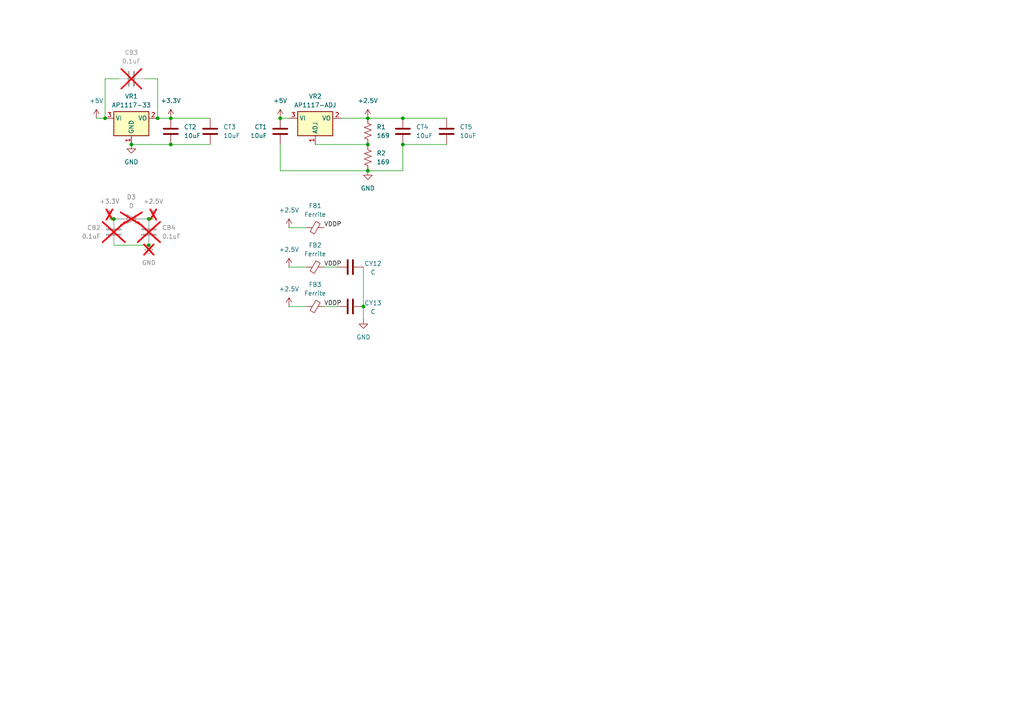
<source format=kicad_sch>
(kicad_sch (version 20231120) (generator "eeschema") (generator_version "8.0")
  (paper "A4")
  (lib_symbols
    (symbol "Device:C" (pin_numbers hide) (pin_names (offset 0.254))
      (property "Reference" "C" (at 0.635 2.54 0))
      (property "Value" "C" (at 0.635 -2.54 0))
      (symbol "C_0_1"
        (polyline (pts (xy -2.032 -0.762) (xy 2.032 -0.762)) (stroke (width 0.508)))
        (polyline (pts (xy -2.032 0.762) (xy 2.032 0.762)) (stroke (width 0.508)))
      )
      (symbol "C_1_1"
        (pin passive line (at 0 3.81 270) (length 2.794) (name "~") (number "1"))
        (pin passive line (at 0 -3.81 90) (length 2.794) (name "~") (number "2"))
      )
    )
    (symbol "Device:D" (pin_numbers hide) (pin_names (offset 1.016) hide)
      (property "Reference" "D" (at 0 2.54 0))
      (property "Value" "D" (at 0 -2.54 0))
      (symbol "D_0_1"
        (polyline (pts (xy -1.27 1.27) (xy -1.27 -1.27)) (stroke (width 0.254)))
        (polyline (pts (xy 1.27 0) (xy -1.27 0)))
        (polyline (pts (xy 1.27 1.27) (xy 1.27 -1.27) (xy -1.27 0) (xy 1.27 1.27)) (stroke (width 0.254)))
      )
      (symbol "D_1_1"
        (pin passive line (at -3.81 0 0) (length 2.54) (name "K") (number "1"))
        (pin passive line (at 3.81 0 180) (length 2.54) (name "A") (number "2"))
      )
    )
    (symbol "Device:FerriteBead_Small" (pin_numbers hide) (pin_names (offset 0))
      (property "Reference" "FB" (at 1.905 1.27 0))
      (property "Value" "FerriteBead_Small" (at 1.905 -1.27 0))
      (symbol "FerriteBead_Small_0_1"
        (polyline (pts (xy 0 -1.27) (xy 0 -0.7874)))
        (polyline (pts (xy 0 0.889) (xy 0 1.2954)))
        (polyline (pts (xy -1.8288 0.2794) (xy -1.1176 1.4986) (xy 1.8288 -0.2032) (xy 1.1176 -1.4224) (xy -1.8288 0.2794)))
      )
      (symbol "FerriteBead_Small_1_1"
        (pin passive line (at 0 2.54 270) (length 1.27) (name "~") (number "1"))
        (pin passive line (at 0 -2.54 90) (length 1.27) (name "~") (number "2"))
      )
    )
    (symbol "Device:R_US" (pin_numbers hide) (pin_names (offset 0))
      (property "Reference" "R" (at 2.54 0 90))
      (property "Value" "R_US" (at -2.54 0 90))
      (symbol "R_US_0_1"
        (polyline (pts (xy 0 -2.286) (xy 0 -2.54)))
        (polyline (pts (xy 0 2.286) (xy 0 2.54)))
        (polyline (pts (xy 0 -0.762) (xy 1.016 -1.143) (xy 0 -1.524) (xy -1.016 -1.905) (xy 0 -2.286)))
        (polyline (pts (xy 0 0.762) (xy 1.016 0.381) (xy 0 0) (xy -1.016 -0.381) (xy 0 -0.762)))
        (polyline (pts (xy 0 2.286) (xy 1.016 1.905) (xy 0 1.524) (xy -1.016 1.143) (xy 0 0.762)))
      )
      (symbol "R_US_1_1"
        (pin passive line (at 0 3.81 270) (length 1.27) (name "~") (number "1"))
        (pin passive line (at 0 -3.81 90) (length 1.27) (name "~") (number "2"))
      )
    )
    (symbol "Regulator_Linear:AP1117-33"
      (property "Reference" "U" (at -3.81 3.175 0))
      (property "Value" "AP1117-33" (at 0 3.175 0))
      (symbol "AP1117-33_0_1"
        (rectangle (start -5.08 -5.08) (end 5.08 1.905) (stroke (width 0.254)) (fill (type background)))
      )
      (symbol "AP1117-33_1_1"
        (pin power_in line (at 0 -7.62 90) (length 2.54) (name "GND") (number "1"))
        (pin power_out line (at 7.62 0 180) (length 2.54) (name "VO") (number "2"))
        (pin power_in line (at -7.62 0 0) (length 2.54) (name "VI") (number "3"))
      )
    )
    (symbol "Regulator_Linear:AP1117-ADJ"
      (property "Reference" "U" (at -3.81 3.175 0))
      (property "Value" "AP1117-ADJ" (at 0 3.175 0))
      (symbol "AP1117-ADJ_0_1"
        (rectangle (start -5.08 -5.08) (end 5.08 1.905) (stroke (width 0.254)) (fill (type background)))
      )
      (symbol "AP1117-ADJ_1_1"
        (pin input line (at 0 -7.62 90) (length 2.54) (name "ADJ") (number "1"))
        (pin power_out line (at 7.62 0 180) (length 2.54) (name "VO") (number "2"))
        (pin power_in line (at -7.62 0 0) (length 2.54) (name "VI") (number "3"))
      )
    )
    (symbol "power:+5V" (power) (pin_numbers hide) (pin_names (offset 0) hide)
      (property "Value" "+5V" (at 0 3.556 0))
      (symbol "+5V_0_1"
        (polyline (pts (xy -0.762 1.27) (xy 0 2.54)))
        (polyline (pts (xy 0 0) (xy 0 2.54)))
        (polyline (pts (xy 0 2.54) (xy 0.762 1.27)))
      )
      (symbol "+5V_1_1"
        (pin power_in line (at 0 0 90) (length 0) (name "~") (number "1"))
      )
    )
    (symbol "power:GND" (power) (pin_numbers hide) (pin_names (offset 0) hide)
      (property "Value" "GND" (at 0 -3.81 0))
      (symbol "GND_0_1"
        (polyline (pts (xy 0 0) (xy 0 -1.27) (xy 1.27 -1.27) (xy 0 -2.54) (xy -1.27 -1.27) (xy 0 -1.27)))
      )
      (symbol "GND_1_1"
        (pin power_in line (at 0 0 270) (length 0) (name "~") (number "1"))
      )
    )
  )
  (junction (at 106.68 41.91))
  (junction (at 38.1 41.91))
  (junction (at 106.68 34.29))
  (junction (at 105.41 88.9))
  (junction (at 106.68 49.53))
  (junction (at 43.18 63.5))
  (junction (at 49.53 41.91))
  (junction (at 33.02 63.5))
  (junction (at 30.48 34.29))
  (junction (at 49.53 34.29))
  (junction (at 116.84 41.91))
  (junction (at 45.72 34.29))
  (junction (at 43.18 71.12))
  (junction (at 116.84 34.29))
  (junction (at 81.28 34.29))
  (wire (pts (xy 49.53 34.29) (xy 60.96 34.29)))
  (wire (pts (xy 33.02 63.5) (xy 34.29 63.5)))
  (wire (pts (xy 45.72 34.29) (xy 49.53 34.29)))
  (wire (pts (xy 81.28 34.29) (xy 83.82 34.29)))
  (wire (pts (xy 81.28 41.91) (xy 81.28 49.53)))
  (wire (pts (xy 97.79 77.47) (xy 93.98 77.47)))
  (wire (pts (xy 41.91 63.5) (xy 43.18 63.5)))
  (wire (pts (xy 43.18 63.5) (xy 44.45 63.5)))
  (wire (pts (xy 27.94 34.29) (xy 30.48 34.29)))
  (wire (pts (xy 49.53 41.91) (xy 60.96 41.91)))
  (wire (pts (xy 97.79 88.9) (xy 93.98 88.9)))
  (wire (pts (xy 33.02 71.12) (xy 43.18 71.12)))
  (wire (pts (xy 34.29 22.86) (xy 30.48 22.86)))
  (wire (pts (xy 30.48 22.86) (xy 30.48 34.29)))
  (wire (pts (xy 116.84 41.91) (xy 129.54 41.91)))
  (wire (pts (xy 31.75 63.5) (xy 33.02 63.5)))
  (wire (pts (xy 45.72 22.86) (xy 45.72 34.29)))
  (wire (pts (xy 83.82 77.47) (xy 88.9 77.47)))
  (wire (pts (xy 91.44 41.91) (xy 106.68 41.91)))
  (wire (pts (xy 99.06 34.29) (xy 106.68 34.29)))
  (wire (pts (xy 83.82 88.9) (xy 88.9 88.9)))
  (wire (pts (xy 38.1 41.91) (xy 49.53 41.91)))
  (wire (pts (xy 81.28 49.53) (xy 106.68 49.53)))
  (wire (pts (xy 41.91 22.86) (xy 45.72 22.86)))
  (wire (pts (xy 116.84 49.53) (xy 106.68 49.53)))
  (wire (pts (xy 83.82 66.04) (xy 88.9 66.04)))
  (wire (pts (xy 116.84 34.29) (xy 129.54 34.29)))
  (wire (pts (xy 106.68 34.29) (xy 116.84 34.29)))
  (wire (pts (xy 116.84 41.91) (xy 116.84 49.53)))
  (wire (pts (xy 105.41 88.9) (xy 105.41 92.71)))
  (wire (pts (xy 105.41 77.47) (xy 105.41 88.9)))
  (label "VDDP" (at 93.98 77.47 0))
  (label "VDDP" (at 93.98 88.9 0))
  (label "VDDP" (at 93.98 66.04 0))
  (symbol (lib_id "Device:D") (at 38.1 63.5 180) (unit 1) (dnp yes)
    (property "Reference" "D3" (at 38.1 57.15 0))
    (property "Value" "D" (at 38.1 59.69 0))
    (property "Description" "Diode" (effects (hide yes)))
    (property "Sim.Device" "D" (effects (hide yes)))
    (property "Sim.Pins" "1=K 2=A" (effects (hide yes)))
  )
  (symbol (lib_id "Device:C") (at 116.84 38.1 0) (mirror y) (unit 1)
    (property "Reference" "CT4" (at 120.65 36.8299 0) (effects (justify right)))
    (property "Value" "10uF" (at 120.65 39.3699 0) (effects (justify right)))
    (property "Footprint" "Capacitor_SMD:C_1206_3216Metric" (effects (hide yes)))
    (property "Description" "Unpolarized capacitor" (effects (hide yes)))
  )
  (symbol (lib_id "power:GND") (at 43.18 71.12 0) (unit 1) (dnp yes)
    (property "Reference" "#PWR9" (effects (hide yes)))
    (property "Value" "GND" (at 43.18 76.2 0))
    (property "Description" "Power symbol creates a global label with name \"GND\" , ground" (effects (hide yes)))
  )
  (symbol (lib_id "power:+5V") (at 49.53 34.29 0) (unit 1)
    (property "Reference" "#PWR4" (effects (hide yes)))
    (property "Value" "+3.3V" (at 49.53 29.21 0))
    (property "Description" "Power symbol creates a global label with name \"+5V\"" (effects (hide yes)))
  )
  (symbol (lib_id "Device:C") (at 129.54 38.1 0) (mirror y) (unit 1)
    (property "Reference" "CT5" (at 133.35 36.8299 0) (effects (justify right)))
    (property "Value" "10uF" (at 133.35 39.3699 0) (effects (justify right)))
    (property "Footprint" "Capacitor_SMD:C_1206_3216Metric" (effects (hide yes)))
    (property "Description" "Unpolarized capacitor" (effects (hide yes)))
  )
  (symbol (lib_id "Device:R_US") (at 106.68 45.72 0) (unit 1)
    (property "Reference" "R2" (at 109.22 44.4499 0) (effects (justify left)))
    (property "Value" "169" (at 109.22 46.9899 0) (effects (justify left)))
    (property "Footprint" "Resistor_SMD:R_0603_1608Metric" (effects (hide yes)))
    (property "Description" "Resistor, US symbol" (effects (hide yes)))
  )
  (symbol (lib_id "power:+5V") (at 31.75 63.5 0) (unit 1) (dnp yes)
    (property "Reference" "#PWR7" (effects (hide yes)))
    (property "Value" "+3.3V" (at 31.75 58.42 0))
    (property "Description" "Power symbol creates a global label with name \"+5V\"" (effects (hide yes)))
  )
  (symbol (lib_id "Device:C") (at 60.96 38.1 0) (mirror y) (unit 1)
    (property "Reference" "CT3" (at 64.77 36.8299 0) (effects (justify right)))
    (property "Value" "10uF" (at 64.77 39.3699 0) (effects (justify right)))
    (property "Footprint" "Capacitor_SMD:C_1206_3216Metric" (effects (hide yes)))
    (property "Description" "Unpolarized capacitor" (effects (hide yes)))
  )
  (symbol (lib_id "Device:C") (at 81.28 38.1 0) (unit 1)
    (property "Reference" "CT1" (at 77.47 36.8299 0) (effects (justify right)))
    (property "Value" "10uF" (at 77.47 39.3699 0) (effects (justify right)))
    (property "Footprint" "Capacitor_SMD:C_1206_3216Metric" (effects (hide yes)))
    (property "Description" "Unpolarized capacitor" (effects (hide yes)))
  )
  (symbol (lib_id "Device:R_US") (at 106.68 38.1 0) (unit 1)
    (property "Reference" "R1" (at 109.22 36.8299 0) (effects (justify left)))
    (property "Value" "169" (at 109.22 39.3699 0) (effects (justify left)))
    (property "Footprint" "Resistor_SMD:R_0603_1608Metric" (effects (hide yes)))
    (property "Description" "Resistor, US symbol" (effects (hide yes)))
  )
  (symbol (lib_id "Device:C") (at 101.6 77.47 90) (unit 1)
    (property "Reference" "CY12" (at 108.204 76.454 90))
    (property "Value" "C" (at 108.204 78.994 90))
    (property "Description" "Unpolarized capacitor" (effects (hide yes)))
  )
  (symbol (lib_id "Device:C") (at 38.1 22.86 270) (unit 1) (dnp yes)
    (property "Reference" "CB3" (at 38.1 15.24 90))
    (property "Value" "0.1uF" (at 38.1 17.78 90))
    (property "Footprint" "Capacitor_SMD:C_0603_1608Metric" (effects (hide yes)))
    (property "Description" "Unpolarized capacitor" (effects (hide yes)))
  )
  (symbol (lib_id "Device:C") (at 49.53 38.1 0) (mirror y) (unit 1)
    (property "Reference" "CT2" (at 53.34 36.8299 0) (effects (justify right)))
    (property "Value" "10uF" (at 53.34 39.3699 0) (effects (justify right)))
    (property "Footprint" "Capacitor_SMD:C_1206_3216Metric" (effects (hide yes)))
    (property "Description" "Unpolarized capacitor" (effects (hide yes)))
  )
  (symbol (lib_id "power:+5V") (at 81.28 34.29 0) (unit 1)
    (property "Reference" "#PWR3" (effects (hide yes)))
    (property "Value" "+5V" (at 81.28 29.21 0))
    (property "Description" "Power symbol creates a global label with name \"+5V\"" (effects (hide yes)))
  )
  (symbol (lib_id "Device:FerriteBead_Small") (at 91.44 77.47 90) (unit 1)
    (property "Reference" "FB2" (at 91.4019 71.12 90))
    (property "Value" "Ferrite" (at 91.4019 73.66 90))
    (property "Footprint" "Inductor_SMD:L_0805_2012Metric" (effects (hide yes)))
    (property "Description" "Ferrite bead, small symbol" (effects (hide yes)))
  )
  (symbol (lib_id "power:+5V") (at 27.94 34.29 0) (unit 1)
    (property "Reference" "#PWR2" (effects (hide yes)))
    (property "Value" "+5V" (at 27.94 29.21 0))
    (property "Description" "Power symbol creates a global label with name \"+5V\"" (effects (hide yes)))
  )
  (symbol (lib_id "power:+5V") (at 83.82 88.9 0) (unit 1)
    (property "Reference" "#PWR18" (effects (hide yes)))
    (property "Value" "+2.5V" (at 83.82 83.82 0))
    (property "Description" "Power symbol creates a global label with name \"+5V\"" (effects (hide yes)))
  )
  (symbol (lib_id "power:+5V") (at 83.82 66.04 0) (unit 1)
    (property "Reference" "#PWR16" (effects (hide yes)))
    (property "Value" "+2.5V" (at 83.82 60.96 0))
    (property "Description" "Power symbol creates a global label with name \"+5V\"" (effects (hide yes)))
  )
  (symbol (lib_id "Regulator_Linear:AP1117-ADJ") (at 91.44 34.29 0) (unit 1)
    (property "Reference" "VR2" (at 91.44 27.94 0))
    (property "Value" "AP1117-ADJ" (at 91.44 30.48 0))
    (property "Footprint" "Package_TO_SOT_SMD:SOT-223-3_TabPin2" (effects (hide yes)))
    (property "Datasheet" "http://www.diodes.com/datasheets/AP1117.pdf" (effects (hide yes)))
    (property "Description" "1A Low Dropout regulator, positive, adjustable output, SOT-223" (effects (hide yes)))
  )
  (symbol (lib_id "power:+5V") (at 44.45 63.5 0) (unit 1) (dnp yes)
    (property "Reference" "#PWR8" (effects (hide yes)))
    (property "Value" "+2.5V" (at 44.45 58.42 0))
    (property "Description" "Power symbol creates a global label with name \"+5V\"" (effects (hide yes)))
  )
  (symbol (lib_id "Device:C") (at 43.18 67.31 0) (unit 1) (dnp yes)
    (property "Reference" "CB4" (at 46.99 66.0399 0) (effects (justify left)))
    (property "Value" "0.1uF" (at 46.99 68.5799 0) (effects (justify left)))
    (property "Footprint" "Capacitor_SMD:C_0603_1608Metric" (effects (hide yes)))
    (property "Description" "Unpolarized capacitor" (effects (hide yes)))
  )
  (symbol (lib_id "power:+5V") (at 83.82 77.47 0) (unit 1)
    (property "Reference" "#PWR17" (effects (hide yes)))
    (property "Value" "+2.5V" (at 83.82 72.39 0))
    (property "Description" "Power symbol creates a global label with name \"+5V\"" (effects (hide yes)))
  )
  (symbol (lib_id "Device:C") (at 101.6 88.9 90) (unit 1)
    (property "Reference" "CY13" (at 108.204 87.884 90))
    (property "Value" "C" (at 108.204 90.424 90))
    (property "Description" "Unpolarized capacitor" (effects (hide yes)))
  )
  (symbol (lib_id "Device:C") (at 33.02 67.31 0) (unit 1) (dnp yes)
    (property "Reference" "CB2" (at 29.21 66.0399 0) (effects (justify right)))
    (property "Value" "0.1uF" (at 29.21 68.5799 0) (effects (justify right)))
    (property "Footprint" "Capacitor_SMD:C_0603_1608Metric" (effects (hide yes)))
    (property "Description" "Unpolarized capacitor" (effects (hide yes)))
  )
  (symbol (lib_id "power:GND") (at 106.68 49.53 0) (unit 1)
    (property "Reference" "#PWR1" (effects (hide yes)))
    (property "Value" "GND" (at 106.68 54.61 0))
    (property "Description" "Power symbol creates a global label with name \"GND\" , ground" (effects (hide yes)))
  )
  (symbol (lib_id "power:+5V") (at 106.68 34.29 0) (unit 1)
    (property "Reference" "#PWR5" (effects (hide yes)))
    (property "Value" "+2.5V" (at 106.68 29.21 0))
    (property "Description" "Power symbol creates a global label with name \"+5V\"" (effects (hide yes)))
  )
  (symbol (lib_id "power:GND") (at 38.1 41.91 0) (unit 1)
    (property "Reference" "#PWR6" (effects (hide yes)))
    (property "Value" "GND" (at 38.1 46.99 0))
    (property "Description" "Power symbol creates a global label with name \"GND\" , ground" (effects (hide yes)))
  )
  (symbol (lib_id "power:GND") (at 105.41 92.71 0) (unit 1)
    (property "Reference" "#PWR22" (effects (hide yes)))
    (property "Value" "GND" (at 105.41 97.79 0))
    (property "Description" "Power symbol creates a global label with name \"GND\" , ground" (effects (hide yes)))
  )
  (symbol (lib_id "Device:FerriteBead_Small") (at 91.44 66.04 90) (unit 1)
    (property "Reference" "FB1" (at 91.4019 59.69 90))
    (property "Value" "Ferrite" (at 91.4019 62.23 90))
    (property "Footprint" "Inductor_SMD:L_0805_2012Metric" (effects (hide yes)))
    (property "Description" "Ferrite bead, small symbol" (effects (hide yes)))
  )
  (symbol (lib_id "Device:FerriteBead_Small") (at 91.44 88.9 90) (unit 1)
    (property "Reference" "FB3" (at 91.4019 82.55 90))
    (property "Value" "Ferrite" (at 91.4019 85.09 90))
    (property "Footprint" "Inductor_SMD:L_0805_2012Metric" (effects (hide yes)))
    (property "Description" "Ferrite bead, small symbol" (effects (hide yes)))
  )
  (symbol (lib_id "Regulator_Linear:AP1117-33") (at 38.1 34.29 0) (unit 1)
    (property "Reference" "VR1" (at 38.1 27.94 0))
    (property "Value" "AP1117-33" (at 38.1 30.48 0))
    (property "Footprint" "Package_TO_SOT_SMD:SOT-223-3_TabPin2" (effects (hide yes)))
    (property "Datasheet" "http://www.diodes.com/datasheets/AP1117.pdf" (effects (hide yes)))
    (property "Description" "1A Low Dropout regulator, positive, 3.3V fixed output, SOT-223" (effects (hide yes)))
  )
)
</source>
